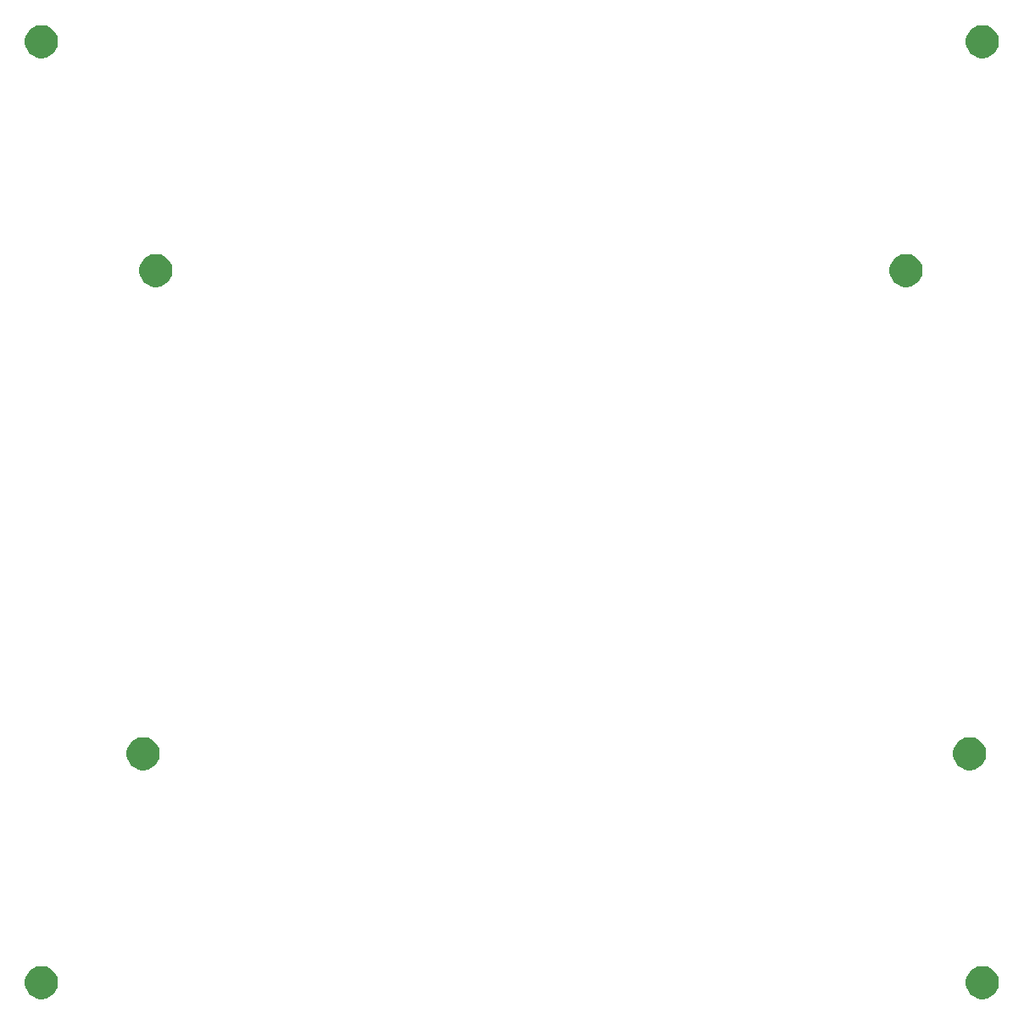
<source format=gbs>
G04 #@! TF.GenerationSoftware,KiCad,Pcbnew,5.0.2+dfsg1-1*
G04 #@! TF.CreationDate,2019-09-11T11:00:06+02:00*
G04 #@! TF.ProjectId,Bottom-Plate,426f7474-6f6d-42d5-906c-6174652e6b69,rev?*
G04 #@! TF.SameCoordinates,Original*
G04 #@! TF.FileFunction,Soldermask,Bot*
G04 #@! TF.FilePolarity,Negative*
%FSLAX46Y46*%
G04 Gerber Fmt 4.6, Leading zero omitted, Abs format (unit mm)*
G04 Created by KiCad (PCBNEW 5.0.2+dfsg1-1) date wo 11 sep 2019 11:00:06 CEST*
%MOMM*%
%LPD*%
G01*
G04 APERTURE LIST*
%ADD10C,0.100000*%
G04 APERTURE END LIST*
D10*
G36*
X126105256Y-124121298D02*
X126211579Y-124142447D01*
X126512042Y-124266903D01*
X126778852Y-124445180D01*
X126782454Y-124447587D01*
X127012413Y-124677546D01*
X127193098Y-124947960D01*
X127317553Y-125248422D01*
X127381000Y-125567389D01*
X127381000Y-125892611D01*
X127317553Y-126211578D01*
X127193098Y-126512040D01*
X127012413Y-126782454D01*
X126782454Y-127012413D01*
X126782451Y-127012415D01*
X126512042Y-127193097D01*
X126211579Y-127317553D01*
X126105256Y-127338702D01*
X125892611Y-127381000D01*
X125567389Y-127381000D01*
X125354744Y-127338702D01*
X125248421Y-127317553D01*
X124947958Y-127193097D01*
X124677549Y-127012415D01*
X124677546Y-127012413D01*
X124447587Y-126782454D01*
X124266902Y-126512040D01*
X124142447Y-126211578D01*
X124079000Y-125892611D01*
X124079000Y-125567389D01*
X124142447Y-125248422D01*
X124266902Y-124947960D01*
X124447587Y-124677546D01*
X124677546Y-124447587D01*
X124681148Y-124445180D01*
X124947958Y-124266903D01*
X125248421Y-124142447D01*
X125354744Y-124121298D01*
X125567389Y-124079000D01*
X125892611Y-124079000D01*
X126105256Y-124121298D01*
X126105256Y-124121298D01*
G37*
G36*
X32125256Y-124121298D02*
X32231579Y-124142447D01*
X32532042Y-124266903D01*
X32798852Y-124445180D01*
X32802454Y-124447587D01*
X33032413Y-124677546D01*
X33213098Y-124947960D01*
X33337553Y-125248422D01*
X33401000Y-125567389D01*
X33401000Y-125892611D01*
X33337553Y-126211578D01*
X33213098Y-126512040D01*
X33032413Y-126782454D01*
X32802454Y-127012413D01*
X32802451Y-127012415D01*
X32532042Y-127193097D01*
X32231579Y-127317553D01*
X32125256Y-127338702D01*
X31912611Y-127381000D01*
X31587389Y-127381000D01*
X31374744Y-127338702D01*
X31268421Y-127317553D01*
X30967958Y-127193097D01*
X30697549Y-127012415D01*
X30697546Y-127012413D01*
X30467587Y-126782454D01*
X30286902Y-126512040D01*
X30162447Y-126211578D01*
X30099000Y-125892611D01*
X30099000Y-125567389D01*
X30162447Y-125248422D01*
X30286902Y-124947960D01*
X30467587Y-124677546D01*
X30697546Y-124447587D01*
X30701148Y-124445180D01*
X30967958Y-124266903D01*
X31268421Y-124142447D01*
X31374744Y-124121298D01*
X31587389Y-124079000D01*
X31912611Y-124079000D01*
X32125256Y-124121298D01*
X32125256Y-124121298D01*
G37*
G36*
X124835256Y-101261298D02*
X124941579Y-101282447D01*
X125242042Y-101406903D01*
X125508852Y-101585180D01*
X125512454Y-101587587D01*
X125742413Y-101817546D01*
X125923098Y-102087960D01*
X126047553Y-102388422D01*
X126111000Y-102707389D01*
X126111000Y-103032611D01*
X126047553Y-103351578D01*
X125923098Y-103652040D01*
X125742413Y-103922454D01*
X125512454Y-104152413D01*
X125512451Y-104152415D01*
X125242042Y-104333097D01*
X124941579Y-104457553D01*
X124835256Y-104478702D01*
X124622611Y-104521000D01*
X124297389Y-104521000D01*
X124084744Y-104478702D01*
X123978421Y-104457553D01*
X123677958Y-104333097D01*
X123407549Y-104152415D01*
X123407546Y-104152413D01*
X123177587Y-103922454D01*
X122996902Y-103652040D01*
X122872447Y-103351578D01*
X122809000Y-103032611D01*
X122809000Y-102707389D01*
X122872447Y-102388422D01*
X122996902Y-102087960D01*
X123177587Y-101817546D01*
X123407546Y-101587587D01*
X123411148Y-101585180D01*
X123677958Y-101406903D01*
X123978421Y-101282447D01*
X124084744Y-101261298D01*
X124297389Y-101219000D01*
X124622611Y-101219000D01*
X124835256Y-101261298D01*
X124835256Y-101261298D01*
G37*
G36*
X42285256Y-101261298D02*
X42391579Y-101282447D01*
X42692042Y-101406903D01*
X42958852Y-101585180D01*
X42962454Y-101587587D01*
X43192413Y-101817546D01*
X43373098Y-102087960D01*
X43497553Y-102388422D01*
X43561000Y-102707389D01*
X43561000Y-103032611D01*
X43497553Y-103351578D01*
X43373098Y-103652040D01*
X43192413Y-103922454D01*
X42962454Y-104152413D01*
X42962451Y-104152415D01*
X42692042Y-104333097D01*
X42391579Y-104457553D01*
X42285256Y-104478702D01*
X42072611Y-104521000D01*
X41747389Y-104521000D01*
X41534744Y-104478702D01*
X41428421Y-104457553D01*
X41127958Y-104333097D01*
X40857549Y-104152415D01*
X40857546Y-104152413D01*
X40627587Y-103922454D01*
X40446902Y-103652040D01*
X40322447Y-103351578D01*
X40259000Y-103032611D01*
X40259000Y-102707389D01*
X40322447Y-102388422D01*
X40446902Y-102087960D01*
X40627587Y-101817546D01*
X40857546Y-101587587D01*
X40861148Y-101585180D01*
X41127958Y-101406903D01*
X41428421Y-101282447D01*
X41534744Y-101261298D01*
X41747389Y-101219000D01*
X42072611Y-101219000D01*
X42285256Y-101261298D01*
X42285256Y-101261298D01*
G37*
G36*
X118485256Y-53001298D02*
X118591579Y-53022447D01*
X118892042Y-53146903D01*
X119158852Y-53325180D01*
X119162454Y-53327587D01*
X119392413Y-53557546D01*
X119573098Y-53827960D01*
X119697553Y-54128422D01*
X119761000Y-54447389D01*
X119761000Y-54772611D01*
X119697553Y-55091578D01*
X119573098Y-55392040D01*
X119392413Y-55662454D01*
X119162454Y-55892413D01*
X119162451Y-55892415D01*
X118892042Y-56073097D01*
X118591579Y-56197553D01*
X118485256Y-56218702D01*
X118272611Y-56261000D01*
X117947389Y-56261000D01*
X117734744Y-56218702D01*
X117628421Y-56197553D01*
X117327958Y-56073097D01*
X117057549Y-55892415D01*
X117057546Y-55892413D01*
X116827587Y-55662454D01*
X116646902Y-55392040D01*
X116522447Y-55091578D01*
X116459000Y-54772611D01*
X116459000Y-54447389D01*
X116522447Y-54128422D01*
X116646902Y-53827960D01*
X116827587Y-53557546D01*
X117057546Y-53327587D01*
X117061148Y-53325180D01*
X117327958Y-53146903D01*
X117628421Y-53022447D01*
X117734744Y-53001298D01*
X117947389Y-52959000D01*
X118272611Y-52959000D01*
X118485256Y-53001298D01*
X118485256Y-53001298D01*
G37*
G36*
X43555256Y-53001298D02*
X43661579Y-53022447D01*
X43962042Y-53146903D01*
X44228852Y-53325180D01*
X44232454Y-53327587D01*
X44462413Y-53557546D01*
X44643098Y-53827960D01*
X44767553Y-54128422D01*
X44831000Y-54447389D01*
X44831000Y-54772611D01*
X44767553Y-55091578D01*
X44643098Y-55392040D01*
X44462413Y-55662454D01*
X44232454Y-55892413D01*
X44232451Y-55892415D01*
X43962042Y-56073097D01*
X43661579Y-56197553D01*
X43555256Y-56218702D01*
X43342611Y-56261000D01*
X43017389Y-56261000D01*
X42804744Y-56218702D01*
X42698421Y-56197553D01*
X42397958Y-56073097D01*
X42127549Y-55892415D01*
X42127546Y-55892413D01*
X41897587Y-55662454D01*
X41716902Y-55392040D01*
X41592447Y-55091578D01*
X41529000Y-54772611D01*
X41529000Y-54447389D01*
X41592447Y-54128422D01*
X41716902Y-53827960D01*
X41897587Y-53557546D01*
X42127546Y-53327587D01*
X42131148Y-53325180D01*
X42397958Y-53146903D01*
X42698421Y-53022447D01*
X42804744Y-53001298D01*
X43017389Y-52959000D01*
X43342611Y-52959000D01*
X43555256Y-53001298D01*
X43555256Y-53001298D01*
G37*
G36*
X126105256Y-30141298D02*
X126211579Y-30162447D01*
X126512042Y-30286903D01*
X126778852Y-30465180D01*
X126782454Y-30467587D01*
X127012413Y-30697546D01*
X127193098Y-30967960D01*
X127317553Y-31268422D01*
X127381000Y-31587389D01*
X127381000Y-31912611D01*
X127317553Y-32231578D01*
X127193098Y-32532040D01*
X127012413Y-32802454D01*
X126782454Y-33032413D01*
X126782451Y-33032415D01*
X126512042Y-33213097D01*
X126211579Y-33337553D01*
X126105256Y-33358702D01*
X125892611Y-33401000D01*
X125567389Y-33401000D01*
X125354744Y-33358702D01*
X125248421Y-33337553D01*
X124947958Y-33213097D01*
X124677549Y-33032415D01*
X124677546Y-33032413D01*
X124447587Y-32802454D01*
X124266902Y-32532040D01*
X124142447Y-32231578D01*
X124079000Y-31912611D01*
X124079000Y-31587389D01*
X124142447Y-31268422D01*
X124266902Y-30967960D01*
X124447587Y-30697546D01*
X124677546Y-30467587D01*
X124681148Y-30465180D01*
X124947958Y-30286903D01*
X125248421Y-30162447D01*
X125354744Y-30141298D01*
X125567389Y-30099000D01*
X125892611Y-30099000D01*
X126105256Y-30141298D01*
X126105256Y-30141298D01*
G37*
G36*
X32125256Y-30141298D02*
X32231579Y-30162447D01*
X32532042Y-30286903D01*
X32798852Y-30465180D01*
X32802454Y-30467587D01*
X33032413Y-30697546D01*
X33213098Y-30967960D01*
X33337553Y-31268422D01*
X33401000Y-31587389D01*
X33401000Y-31912611D01*
X33337553Y-32231578D01*
X33213098Y-32532040D01*
X33032413Y-32802454D01*
X32802454Y-33032413D01*
X32802451Y-33032415D01*
X32532042Y-33213097D01*
X32231579Y-33337553D01*
X32125256Y-33358702D01*
X31912611Y-33401000D01*
X31587389Y-33401000D01*
X31374744Y-33358702D01*
X31268421Y-33337553D01*
X30967958Y-33213097D01*
X30697549Y-33032415D01*
X30697546Y-33032413D01*
X30467587Y-32802454D01*
X30286902Y-32532040D01*
X30162447Y-32231578D01*
X30099000Y-31912611D01*
X30099000Y-31587389D01*
X30162447Y-31268422D01*
X30286902Y-30967960D01*
X30467587Y-30697546D01*
X30697546Y-30467587D01*
X30701148Y-30465180D01*
X30967958Y-30286903D01*
X31268421Y-30162447D01*
X31374744Y-30141298D01*
X31587389Y-30099000D01*
X31912611Y-30099000D01*
X32125256Y-30141298D01*
X32125256Y-30141298D01*
G37*
M02*

</source>
